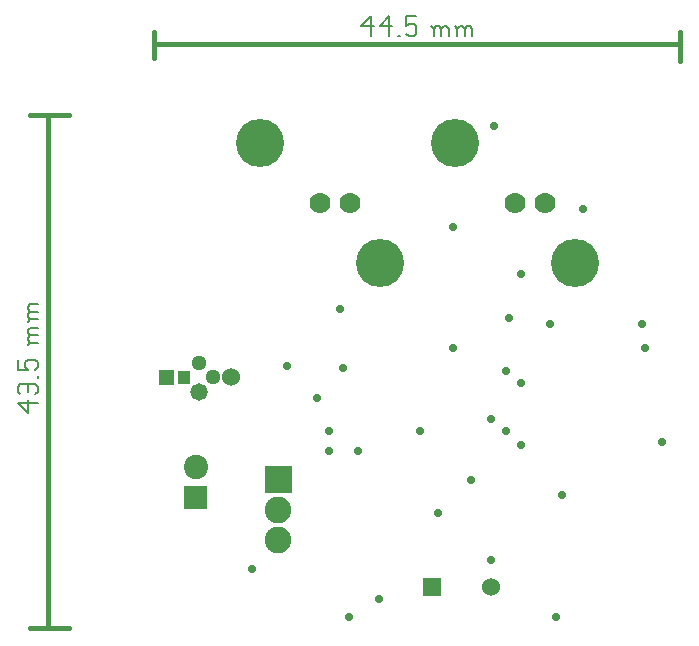
<source format=gbr>
G04 start of page 4 for group 2 idx 6 *
G04 Title: PD-ac, comment *
G04 Creator: pcb 1.99x *
G04 CreationDate: Fri 09 Jan 2009 03:59:07 PM GMT UTC *
G04 For: kmk *
G04 Format: Gerber/RS-274X *
G04 PCB-Dimensions: 275591 314961 *
G04 PCB-Coordinate-Origin: lower left *
%MOIN*%
%FSLAX24Y24*%
%LNGROUP2*%
%ADD11C,0.0200*%
%ADD13C,0.0250*%
%ADD14C,0.0150*%
%ADD15C,0.0700*%
%ADD16C,0.1600*%
%ADD17C,0.0600*%
%ADD18C,0.0510*%
%ADD19C,0.0810*%
%ADD20C,0.0887*%
%ADD21C,0.0580*%
%ADD22C,0.0280*%
%ADD24C,0.0400*%
%ADD25C,0.0850*%
%ADD26C,0.1200*%
%ADD27C,0.0315*%
%ADD28C,0.0460*%
%ADD29C,0.0450*%
%ADD30C,0.0270*%
%ADD31C,0.0120*%
%ADD37C,0.0066*%
G54D14*X984Y21259D02*X2263D01*
X984Y4133D02*X2263D01*
X1574Y21259D02*Y4133D01*
X5118Y23130D02*Y24015D01*
X22637Y23031D02*Y24015D01*
X5118Y23622D02*X22637D01*
G54D37*X891Y11319D02*X559Y11651D01*
X891Y11734D02*Y11319D01*
X559Y11651D02*X1223D01*
X642Y11933D02*X559Y12016D01*
Y12182D02*Y12016D01*
Y12182D02*X642Y12265D01*
X1140D01*
X1223Y12182D02*X1140Y12265D01*
X1223Y12182D02*Y12016D01*
X1140Y11933D02*X1223Y12016D01*
X891Y12265D02*Y12016D01*
X1223Y12547D02*Y12464D01*
X559Y13079D02*Y12747D01*
X891D01*
X808Y12830D01*
Y12996D02*Y12830D01*
Y12996D02*X891Y13079D01*
X1140D01*
X1223Y12996D02*X1140Y13079D01*
X1223Y12996D02*Y12830D01*
X1140Y12747D02*X1223Y12830D01*
X974Y13660D02*X1223D01*
X974D02*X891Y13743D01*
Y13826D02*Y13743D01*
Y13826D02*X974Y13909D01*
X1223D01*
X974D02*X891Y13992D01*
Y14075D02*Y13992D01*
Y14075D02*X974Y14158D01*
X1223D01*
X891Y13577D02*X974Y13660D01*
Y14440D02*X1223D01*
X974D02*X891Y14523D01*
Y14606D02*Y14523D01*
Y14606D02*X974Y14689D01*
X1223D01*
X974D02*X891Y14772D01*
Y14855D02*Y14772D01*
Y14855D02*X974Y14938D01*
X1223D01*
X891Y14357D02*X974Y14440D01*
X12007Y24206D02*X12339Y24538D01*
X12007Y24206D02*X12422D01*
X12339Y24538D02*Y23874D01*
X12622Y24206D02*X12954Y24538D01*
X12622Y24206D02*X13037D01*
X12954Y24538D02*Y23874D01*
X13236D02*X13319D01*
X13518Y24538D02*X13850D01*
X13518D02*Y24206D01*
X13601Y24289D01*
X13767D01*
X13850Y24206D01*
Y23957D01*
X13767Y23874D02*X13850Y23957D01*
X13601Y23874D02*X13767D01*
X13518Y23957D02*X13601Y23874D01*
X14432Y24123D02*Y23874D01*
Y24123D02*X14515Y24206D01*
X14598D01*
X14681Y24123D01*
Y23874D01*
Y24123D02*X14764Y24206D01*
X14847D01*
X14930Y24123D01*
Y23874D01*
X14349Y24206D02*X14432Y24123D01*
X15212D02*Y23874D01*
Y24123D02*X15295Y24206D01*
X15378D01*
X15461Y24123D01*
Y23874D01*
Y24123D02*X15544Y24206D01*
X15627D01*
X15710Y24123D01*
Y23874D01*
X15129Y24206D02*X15212Y24123D01*
G54D15*X17126Y18307D03*
X18126D03*
G54D16*X15126Y20307D03*
X19126Y16307D03*
G54D11*G36*
X5282Y12749D02*Y12249D01*
X5782D01*
Y12749D01*
X5282D01*
G37*
G54D17*X7658Y12499D03*
G54D18*X7086Y12499D03*
G54D11*G36*
X5897Y12704D02*Y12294D01*
X6307D01*
Y12704D01*
X5897D01*
G37*
G54D15*X10629Y18307D03*
X11629D03*
G54D16*X8629Y20307D03*
X12629Y16307D03*
G54D18*X6594Y12991D03*
G54D19*X6496Y9496D03*
G54D11*G36*
X6116Y8876D02*Y8116D01*
X6876D01*
Y8876D01*
X6116D01*
G37*
G36*
X8808Y9530D02*Y8643D01*
X9695D01*
Y9530D01*
X8808D01*
G37*
G54D20*X9252Y8086D03*
Y7086D03*
G54D11*G36*
X14070Y5811D02*Y5211D01*
X14670D01*
Y5811D01*
X14070D01*
G37*
G54D17*X16338Y5511D03*
G54D21*X6594Y12007D03*
G54D22*X8366Y6102D03*
X11318Y14763D03*
X11417Y12795D03*
X10925Y10728D03*
X13976D03*
X14566Y7972D03*
X10925Y10039D03*
X11909D03*
X12598Y5118D03*
X11614Y4527D03*
X15059Y13484D03*
X10531Y11811D03*
X9547Y12893D03*
X21358Y14271D03*
X22047Y10334D03*
X21456Y13484D03*
X19389Y18110D03*
X15059Y17519D03*
X16437Y20866D03*
X16338Y6397D03*
X16830Y10728D03*
X16929Y14468D03*
X16830Y12696D03*
X18307Y14271D03*
X16338Y11122D03*
X17322Y12303D03*
Y15944D03*
Y10236D03*
X15682Y9087D03*
X18503Y4527D03*
X18700Y8563D03*
G54D24*G54D25*G54D26*G54D27*G54D13*G54D26*G54D24*G54D25*G54D13*G54D28*G54D29*G54D24*G54D30*G54D31*M02*

</source>
